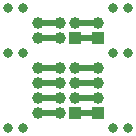
<source format=gtl>
G04 Layer_Physical_Order=1*
G04 Layer_Color=255*
%FSAX25Y25*%
%MOIN*%
G70*
G01*
G75*
%ADD10C,0.01968*%
%ADD11R,0.03937X0.03937*%
%ADD12C,0.03937*%
%ADD13R,0.03937X0.03937*%
%ADD14C,0.03150*%
D10*
X0422500Y0200000D02*
X0430000D01*
X0422500Y0195000D02*
X0430000D01*
X0422500Y0190000D02*
X0430000D01*
X0422500Y0185000D02*
X0430000D01*
X0435000Y0200000D02*
X0442500D01*
X0435000Y0195000D02*
X0442500D01*
X0435000Y0190000D02*
X0442500D01*
X0435000Y0185000D02*
X0442500D01*
X0435000Y0210000D02*
X0442500D01*
X0435000Y0215000D02*
X0442500D01*
X0422500D02*
X0430000D01*
X0422500Y0210000D02*
X0430000D01*
D11*
X0442500Y0185000D02*
D03*
Y0210000D02*
D03*
D12*
X0422500Y0185000D02*
D03*
Y0215000D02*
D03*
Y0210000D02*
D03*
Y0190000D02*
D03*
X0442500D02*
D03*
X0422500Y0195000D02*
D03*
X0442500D02*
D03*
X0422500Y0200000D02*
D03*
X0442500D02*
D03*
X0435000Y0215000D02*
D03*
X0430000D02*
D03*
Y0210000D02*
D03*
Y0185000D02*
D03*
Y0190000D02*
D03*
Y0195000D02*
D03*
Y0200000D02*
D03*
X0435000Y0190000D02*
D03*
Y0195000D02*
D03*
Y0200000D02*
D03*
X0442500Y0215000D02*
D03*
D13*
X0435000Y0210000D02*
D03*
Y0185000D02*
D03*
D14*
X0447500Y0220000D02*
D03*
X0452500D02*
D03*
X0447500Y0205000D02*
D03*
X0452500D02*
D03*
Y0180000D02*
D03*
X0447500D02*
D03*
X0417500D02*
D03*
X0412500D02*
D03*
Y0205000D02*
D03*
X0417500D02*
D03*
X0412500Y0220000D02*
D03*
X0417500D02*
D03*
M02*

</source>
